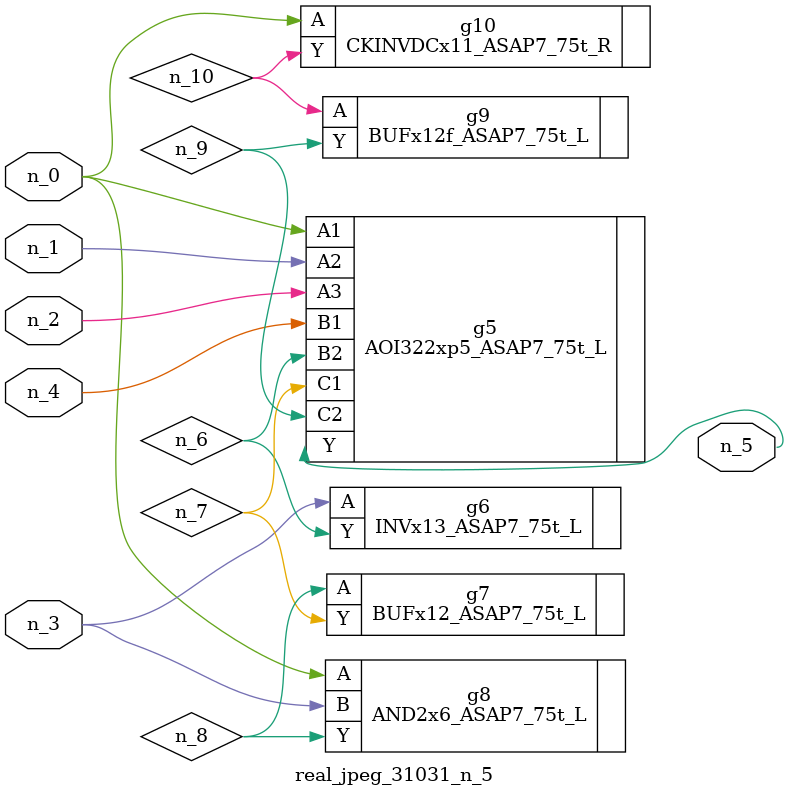
<source format=v>
module real_jpeg_31031_n_5 (n_4, n_0, n_1, n_2, n_3, n_5);

input n_4;
input n_0;
input n_1;
input n_2;
input n_3;

output n_5;

wire n_8;
wire n_6;
wire n_7;
wire n_10;
wire n_9;

AOI322xp5_ASAP7_75t_L g5 ( 
.A1(n_0),
.A2(n_1),
.A3(n_2),
.B1(n_4),
.B2(n_6),
.C1(n_7),
.C2(n_9),
.Y(n_5)
);

AND2x6_ASAP7_75t_L g8 ( 
.A(n_0),
.B(n_3),
.Y(n_8)
);

CKINVDCx11_ASAP7_75t_R g10 ( 
.A(n_0),
.Y(n_10)
);

INVx13_ASAP7_75t_L g6 ( 
.A(n_3),
.Y(n_6)
);

BUFx12_ASAP7_75t_L g7 ( 
.A(n_8),
.Y(n_7)
);

BUFx12f_ASAP7_75t_L g9 ( 
.A(n_10),
.Y(n_9)
);


endmodule
</source>
